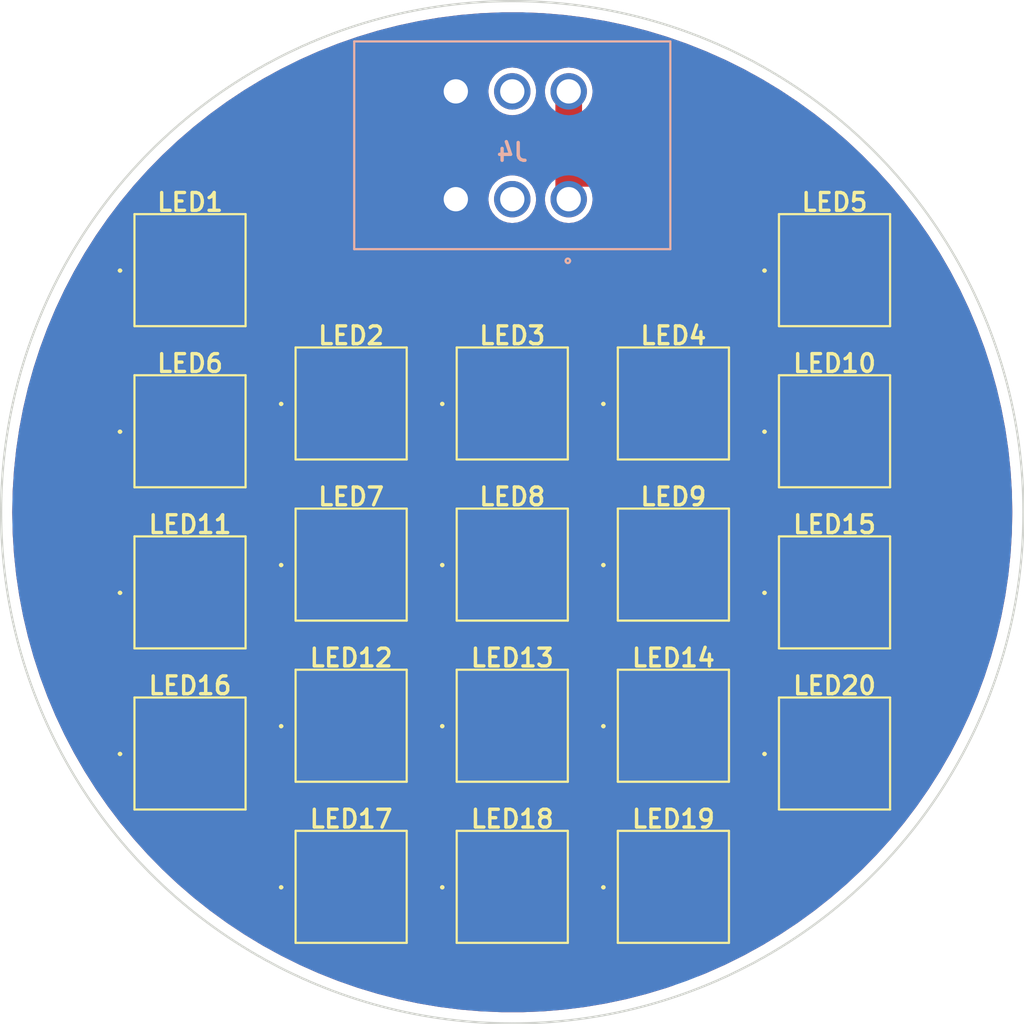
<source format=kicad_pcb>
(kicad_pcb (version 20221018) (generator pcbnew)
  (layers (0 "F.Cu" signal) (31 "B.Cu" signal) (34 "B.Paste" user) (35 "F.Paste" user) (36 "B.SilkS" user "B.Silkscreen") (37 "F.SilkS" user "F.Silkscreen") (38 "B.Mask" user) (39 "F.Mask" user) (44 "Edge.Cuts" user))
  (net 0 "")
  (net 2 "GND")
  (net 3 "VCC")
  (footprint "L150-5790500600000:L1505790500600000" (layer "F.Cu") (at 97.25 53.875)
    (fp_text reference "LED19" (at 0 -3.075) (layer "F.SilkS") (effects (font (size 0.8 0.8) (thickness 0.153))))
    (fp_text value "L1505790500600000" hide)
    (fp_line (start -3.2 0) (end -3.2 0) (stroke (width 0.1)) (layer "F.SilkS"))
    (fp_line (start -3.1 0) (end -3.1 0) (stroke (width 0.1)) (layer "F.SilkS"))
    (fp_line (start -2.5 -2.54) (end 2.5 -2.54) (stroke (width 0.1)) (layer "F.SilkS"))
    (fp_line (start -2.5 2.5) (end -2.5 -2.54) (stroke (width 0.1)) (layer "F.SilkS"))
    (fp_line (start 2.5 -2.54) (end 2.5 2.5) (stroke (width 0.1)) (layer "F.SilkS"))
    (fp_line (start 2.5 2.5) (end -2.5 2.5) (stroke (width 0.1)) (layer "F.SilkS"))
    (fp_arc (start -3.2 0) (mid -3.15 -0.05) (end -3.1 0) (stroke (width 0.1)) (layer "F.SilkS"))
    (fp_arc (start -3.1 0) (mid -3.15 0.05) (end -3.2 0) (stroke (width 0.1)) (layer "F.SilkS"))
    (pad "1" smd rect (at -0.91 0) (size 1.22 4.54) (layers "F.Cu" "F.Paste" "F.Mask") (net 2 "GND"))
    (pad "2" smd rect (at 0.91 0) (size 1.22 4.54) (layers "F.Cu" "F.Paste" "F.Mask") (net 3 "VCC"))
    (pad "3" smd rect (at -1.81 0) (size 0.58 3.22) (layers "F.Cu" "F.Paste" "F.Mask") (net 2 "GND"))
    (pad "4" smd rect (at 1.81 0) (size 0.58 3.22) (layers "F.Cu" "F.Paste" "F.Mask") (net 3 "VCC"))
  )
  (footprint "L150-5790500600000:L1505790500600000" (layer "F.Cu") (at 90 39.375)
    (fp_text reference "LED8" (at 0 -3.075) (layer "F.SilkS") (effects (font (size 0.8 0.8) (thickness 0.153))))
    (fp_text value "L1505790500600000" hide)
    (fp_line (start -3.2 0) (end -3.2 0) (stroke (width 0.1)) (layer "F.SilkS"))
    (fp_line (start -3.1 0) (end -3.1 0) (stroke (width 0.1)) (layer "F.SilkS"))
    (fp_line (start -2.5 -2.54) (end 2.5 -2.54) (stroke (width 0.1)) (layer "F.SilkS"))
    (fp_line (start -2.5 2.5) (end -2.5 -2.54) (stroke (width 0.1)) (layer "F.SilkS"))
    (fp_line (start 2.5 -2.54) (end 2.5 2.5) (stroke (width 0.1)) (layer "F.SilkS"))
    (fp_line (start 2.5 2.5) (end -2.5 2.5) (stroke (width 0.1)) (layer "F.SilkS"))
    (fp_arc (start -3.2 0) (mid -3.15 -0.05) (end -3.1 0) (stroke (width 0.1)) (layer "F.SilkS"))
    (fp_arc (start -3.1 0) (mid -3.15 0.05) (end -3.2 0) (stroke (width 0.1)) (layer "F.SilkS"))
    (pad "1" smd rect (at -0.91 0) (size 1.22 4.54) (layers "F.Cu" "F.Paste" "F.Mask") (net 2 "GND"))
    (pad "2" smd rect (at 0.91 0) (size 1.22 4.54) (layers "F.Cu" "F.Paste" "F.Mask") (net 3 "VCC"))
    (pad "3" smd rect (at -1.81 0) (size 0.58 3.22) (layers "F.Cu" "F.Paste" "F.Mask") (net 2 "GND"))
    (pad "4" smd rect (at 1.81 0) (size 0.58 3.22) (layers "F.Cu" "F.Paste" "F.Mask") (net 3 "VCC"))
  )
  (footprint "L150-5790500600000:L1505790500600000" (layer "F.Cu") (at 75.5 26.125)
    (fp_text reference "LED1" (at 0 -3.075) (layer "F.SilkS") (effects (font (size 0.8 0.8) (thickness 0.153))))
    (fp_text value "L1505790500600000" hide)
    (fp_line (start -3.2 0) (end -3.2 0) (stroke (width 0.1)) (layer "F.SilkS"))
    (fp_line (start -3.1 0) (end -3.1 0) (stroke (width 0.1)) (layer "F.SilkS"))
    (fp_line (start -2.5 -2.54) (end 2.5 -2.54) (stroke (width 0.1)) (layer "F.SilkS"))
    (fp_line (start -2.5 2.5) (end -2.5 -2.54) (stroke (width 0.1)) (layer "F.SilkS"))
    (fp_line (start 2.5 -2.54) (end 2.5 2.5) (stroke (width 0.1)) (layer "F.SilkS"))
    (fp_line (start 2.5 2.5) (end -2.5 2.5) (stroke (width 0.1)) (layer "F.SilkS"))
    (fp_arc (start -3.2 0) (mid -3.15 -0.05) (end -3.1 0) (stroke (width 0.1)) (layer "F.SilkS"))
    (fp_arc (start -3.1 0) (mid -3.15 0.05) (end -3.2 0) (stroke (width 0.1)) (layer "F.SilkS"))
    (pad "1" smd rect (at -0.91 0) (size 1.22 4.54) (layers "F.Cu" "F.Paste" "F.Mask") (net 2 "GND"))
    (pad "2" smd rect (at 0.91 0) (size 1.22 4.54) (layers "F.Cu" "F.Paste" "F.Mask") (net 3 "VCC"))
    (pad "3" smd rect (at -1.81 0) (size 0.58 3.22) (layers "F.Cu" "F.Paste" "F.Mask") (net 2 "GND"))
    (pad "4" smd rect (at 1.81 0) (size 0.58 3.22) (layers "F.Cu" "F.Paste" "F.Mask") (net 3 "VCC"))
  )
  (footprint "L150-5790500600000:L1505790500600000" (layer "F.Cu") (at 90 32.125)
    (fp_text reference "LED3" (at 0 -3.075) (layer "F.SilkS") (effects (font (size 0.8 0.8) (thickness 0.153))))
    (fp_text value "L1505790500600000" hide)
    (fp_line (start -3.2 0) (end -3.2 0) (stroke (width 0.1)) (layer "F.SilkS"))
    (fp_line (start -3.1 0) (end -3.1 0) (stroke (width 0.1)) (layer "F.SilkS"))
    (fp_line (start -2.5 -2.54) (end 2.5 -2.54) (stroke (width 0.1)) (layer "F.SilkS"))
    (fp_line (start -2.5 2.5) (end -2.5 -2.54) (stroke (width 0.1)) (layer "F.SilkS"))
    (fp_line (start 2.5 -2.54) (end 2.5 2.5) (stroke (width 0.1)) (layer "F.SilkS"))
    (fp_line (start 2.5 2.5) (end -2.5 2.5) (stroke (width 0.1)) (layer "F.SilkS"))
    (fp_arc (start -3.2 0) (mid -3.15 -0.05) (end -3.1 0) (stroke (width 0.1)) (layer "F.SilkS"))
    (fp_arc (start -3.1 0) (mid -3.15 0.05) (end -3.2 0) (stroke (width 0.1)) (layer "F.SilkS"))
    (pad "1" smd rect (at -0.91 0) (size 1.22 4.54) (layers "F.Cu" "F.Paste" "F.Mask") (net 2 "GND"))
    (pad "2" smd rect (at 0.91 0) (size 1.22 4.54) (layers "F.Cu" "F.Paste" "F.Mask") (net 3 "VCC"))
    (pad "3" smd rect (at -1.81 0) (size 0.58 3.22) (layers "F.Cu" "F.Paste" "F.Mask") (net 2 "GND"))
    (pad "4" smd rect (at 1.81 0) (size 0.58 3.22) (layers "F.Cu" "F.Paste" "F.Mask") (net 3 "VCC"))
  )
  (footprint "L150-5790500600000:L1505790500600000" (layer "F.Cu") (at 97.25 39.375)
    (fp_text reference "LED9" (at 0 -3.075) (layer "F.SilkS") (effects (font (size 0.8 0.8) (thickness 0.153))))
    (fp_text value "L1505790500600000" hide)
    (fp_line (start -3.2 0) (end -3.2 0) (stroke (width 0.1)) (layer "F.SilkS"))
    (fp_line (start -3.1 0) (end -3.1 0) (stroke (width 0.1)) (layer "F.SilkS"))
    (fp_line (start -2.5 -2.54) (end 2.5 -2.54) (stroke (width 0.1)) (layer "F.SilkS"))
    (fp_line (start -2.5 2.5) (end -2.5 -2.54) (stroke (width 0.1)) (layer "F.SilkS"))
    (fp_line (start 2.5 -2.54) (end 2.5 2.5) (stroke (width 0.1)) (layer "F.SilkS"))
    (fp_line (start 2.5 2.5) (end -2.5 2.5) (stroke (width 0.1)) (layer "F.SilkS"))
    (fp_arc (start -3.2 0) (mid -3.15 -0.05) (end -3.1 0) (stroke (width 0.1)) (layer "F.SilkS"))
    (fp_arc (start -3.1 0) (mid -3.15 0.05) (end -3.2 0) (stroke (width 0.1)) (layer "F.SilkS"))
    (pad "1" smd rect (at -0.91 0) (size 1.22 4.54) (layers "F.Cu" "F.Paste" "F.Mask") (net 2 "GND"))
    (pad "2" smd rect (at 0.91 0) (size 1.22 4.54) (layers "F.Cu" "F.Paste" "F.Mask") (net 3 "VCC"))
    (pad "3" smd rect (at -1.81 0) (size 0.58 3.22) (layers "F.Cu" "F.Paste" "F.Mask") (net 2 "GND"))
    (pad "4" smd rect (at 1.81 0) (size 0.58 3.22) (layers "F.Cu" "F.Paste" "F.Mask") (net 3 "VCC"))
  )
  (footprint "L150-5790500600000:L1505790500600000" (layer "F.Cu") (at 97.25 32.125)
    (fp_text reference "LED4" (at 0 -3.075) (layer "F.SilkS") (effects (font (size 0.8 0.8) (thickness 0.153))))
    (fp_text value "L1505790500600000" hide)
    (fp_line (start -3.2 0) (end -3.2 0) (stroke (width 0.1)) (layer "F.SilkS"))
    (fp_line (start -3.1 0) (end -3.1 0) (stroke (width 0.1)) (layer "F.SilkS"))
    (fp_line (start -2.5 -2.54) (end 2.5 -2.54) (stroke (width 0.1)) (layer "F.SilkS"))
    (fp_line (start -2.5 2.5) (end -2.5 -2.54) (stroke (width 0.1)) (layer "F.SilkS"))
    (fp_line (start 2.5 -2.54) (end 2.5 2.5) (stroke (width 0.1)) (layer "F.SilkS"))
    (fp_line (start 2.5 2.5) (end -2.5 2.5) (stroke (width 0.1)) (layer "F.SilkS"))
    (fp_arc (start -3.2 0) (mid -3.15 -0.05) (end -3.1 0) (stroke (width 0.1)) (layer "F.SilkS"))
    (fp_arc (start -3.1 0) (mid -3.15 0.05) (end -3.2 0) (stroke (width 0.1)) (layer "F.SilkS"))
    (pad "1" smd rect (at -0.91 0) (size 1.22 4.54) (layers "F.Cu" "F.Paste" "F.Mask") (net 2 "GND"))
    (pad "2" smd rect (at 0.91 0) (size 1.22 4.54) (layers "F.Cu" "F.Paste" "F.Mask") (net 3 "VCC"))
    (pad "3" smd rect (at -1.81 0) (size 0.58 3.22) (layers "F.Cu" "F.Paste" "F.Mask") (net 2 "GND"))
    (pad "4" smd rect (at 1.81 0) (size 0.58 3.22) (layers "F.Cu" "F.Paste" "F.Mask") (net 3 "VCC"))
  )
  (footprint "L150-5790500600000:L1505790500600000" (layer "F.Cu") (at 97.25 46.625)
    (fp_text reference "LED14" (at 0 -3.075) (layer "F.SilkS") (effects (font (size 0.8 0.8) (thickness 0.153))))
    (fp_text value "L1505790500600000" hide)
    (fp_line (start -3.2 0) (end -3.2 0) (stroke (width 0.1)) (layer "F.SilkS"))
    (fp_line (start -3.1 0) (end -3.1 0) (stroke (width 0.1)) (layer "F.SilkS"))
    (fp_line (start -2.5 -2.54) (end 2.5 -2.54) (stroke (width 0.1)) (layer "F.SilkS"))
    (fp_line (start -2.5 2.5) (end -2.5 -2.54) (stroke (width 0.1)) (layer "F.SilkS"))
    (fp_line (start 2.5 -2.54) (end 2.5 2.5) (stroke (width 0.1)) (layer "F.SilkS"))
    (fp_line (start 2.5 2.5) (end -2.5 2.5) (stroke (width 0.1)) (layer "F.SilkS"))
    (fp_arc (start -3.2 0) (mid -3.15 -0.05) (end -3.1 0) (stroke (width 0.1)) (layer "F.SilkS"))
    (fp_arc (start -3.1 0) (mid -3.15 0.05) (end -3.2 0) (stroke (width 0.1)) (layer "F.SilkS"))
    (pad "1" smd rect (at -0.91 0) (size 1.22 4.54) (layers "F.Cu" "F.Paste" "F.Mask") (net 2 "GND"))
    (pad "2" smd rect (at 0.91 0) (size 1.22 4.54) (layers "F.Cu" "F.Paste" "F.Mask") (net 3 "VCC"))
    (pad "3" smd rect (at -1.81 0) (size 0.58 3.22) (layers "F.Cu" "F.Paste" "F.Mask") (net 2 "GND"))
    (pad "4" smd rect (at 1.81 0) (size 0.58 3.22) (layers "F.Cu" "F.Paste" "F.Mask") (net 3 "VCC"))
  )
  (footprint "L150-5790500600000:L1505790500600000" (layer "F.Cu") (at 104.5 40.625)
    (fp_text reference "LED15" (at 0 -3.075) (layer "F.SilkS") (effects (font (size 0.8 0.8) (thickness 0.153))))
    (fp_text value "L1505790500600000" hide)
    (fp_line (start -3.2 0) (end -3.2 0) (stroke (width 0.1)) (layer "F.SilkS"))
    (fp_line (start -3.1 0) (end -3.1 0) (stroke (width 0.1)) (layer "F.SilkS"))
    (fp_line (start -2.5 -2.54) (end 2.5 -2.54) (stroke (width 0.1)) (layer "F.SilkS"))
    (fp_line (start -2.5 2.5) (end -2.5 -2.54) (stroke (width 0.1)) (layer "F.SilkS"))
    (fp_line (start 2.5 -2.54) (end 2.5 2.5) (stroke (width 0.1)) (layer "F.SilkS"))
    (fp_line (start 2.5 2.5) (end -2.5 2.5) (stroke (width 0.1)) (layer "F.SilkS"))
    (fp_arc (start -3.2 0) (mid -3.15 -0.05) (end -3.1 0) (stroke (width 0.1)) (layer "F.SilkS"))
    (fp_arc (start -3.1 0) (mid -3.15 0.05) (end -3.2 0) (stroke (width 0.1)) (layer "F.SilkS"))
    (pad "1" smd rect (at -0.91 0) (size 1.22 4.54) (layers "F.Cu" "F.Paste" "F.Mask") (net 2 "GND"))
    (pad "2" smd rect (at 0.91 0) (size 1.22 4.54) (layers "F.Cu" "F.Paste" "F.Mask") (net 3 "VCC"))
    (pad "3" smd rect (at -1.81 0) (size 0.58 3.22) (layers "F.Cu" "F.Paste" "F.Mask") (net 2 "GND"))
    (pad "4" smd rect (at 1.81 0) (size 0.58 3.22) (layers "F.Cu" "F.Paste" "F.Mask") (net 3 "VCC"))
  )
  (footprint "L150-5790500600000:L1505790500600000" (layer "F.Cu") (at 75.5 40.625)
    (fp_text reference "LED11" (at 0 -3.075) (layer "F.SilkS") (effects (font (size 0.8 0.8) (thickness 0.153))))
    (fp_text value "L1505790500600000" hide)
    (fp_line (start -3.2 0) (end -3.2 0) (stroke (width 0.1)) (layer "F.SilkS"))
    (fp_line (start -3.1 0) (end -3.1 0) (stroke (width 0.1)) (layer "F.SilkS"))
    (fp_line (start -2.5 -2.54) (end 2.5 -2.54) (stroke (width 0.1)) (layer "F.SilkS"))
    (fp_line (start -2.5 2.5) (end -2.5 -2.54) (stroke (width 0.1)) (layer "F.SilkS"))
    (fp_line (start 2.5 -2.54) (end 2.5 2.5) (stroke (width 0.1)) (layer "F.SilkS"))
    (fp_line (start 2.5 2.5) (end -2.5 2.5) (stroke (width 0.1)) (layer "F.SilkS"))
    (fp_arc (start -3.2 0) (mid -3.15 -0.05) (end -3.1 0) (stroke (width 0.1)) (layer "F.SilkS"))
    (fp_arc (start -3.1 0) (mid -3.15 0.05) (end -3.2 0) (stroke (width 0.1)) (layer "F.SilkS"))
    (pad "1" smd rect (at -0.91 0) (size 1.22 4.54) (layers "F.Cu" "F.Paste" "F.Mask") (net 2 "GND"))
    (pad "2" smd rect (at 0.91 0) (size 1.22 4.54) (layers "F.Cu" "F.Paste" "F.Mask") (net 3 "VCC"))
    (pad "3" smd rect (at -1.81 0) (size 0.58 3.22) (layers "F.Cu" "F.Paste" "F.Mask") (net 2 "GND"))
    (pad "4" smd rect (at 1.81 0) (size 0.58 3.22) (layers "F.Cu" "F.Paste" "F.Mask") (net 3 "VCC"))
  )
  (footprint "L150-5790500600000:L1505790500600000" (layer "F.Cu") (at 82.75 32.125)
    (fp_text reference "LED2" (at 0 -3.075) (layer "F.SilkS") (effects (font (size 0.8 0.8) (thickness 0.153))))
    (fp_text value "L1505790500600000" hide)
    (fp_line (start -3.2 0) (end -3.2 0) (stroke (width 0.1)) (layer "F.SilkS"))
    (fp_line (start -3.1 0) (end -3.1 0) (stroke (width 0.1)) (layer "F.SilkS"))
    (fp_line (start -2.5 -2.54) (end 2.5 -2.54) (stroke (width 0.1)) (layer "F.SilkS"))
    (fp_line (start -2.5 2.5) (end -2.5 -2.54) (stroke (width 0.1)) (layer "F.SilkS"))
    (fp_line (start 2.5 -2.54) (end 2.5 2.5) (stroke (width 0.1)) (layer "F.SilkS"))
    (fp_line (start 2.5 2.5) (end -2.5 2.5) (stroke (width 0.1)) (layer "F.SilkS"))
    (fp_arc (start -3.2 0) (mid -3.15 -0.05) (end -3.1 0) (stroke (width 0.1)) (layer "F.SilkS"))
    (fp_arc (start -3.1 0) (mid -3.15 0.05) (end -3.2 0) (stroke (width 0.1)) (layer "F.SilkS"))
    (pad "1" smd rect (at -0.91 0) (size 1.22 4.54) (layers "F.Cu" "F.Paste" "F.Mask") (net 2 "GND"))
    (pad "2" smd rect (at 0.91 0) (size 1.22 4.54) (layers "F.Cu" "F.Paste" "F.Mask") (net 3 "VCC"))
    (pad "3" smd rect (at -1.81 0) (size 0.58 3.22) (layers "F.Cu" "F.Paste" "F.Mask") (net 2 "GND"))
    (pad "4" smd rect (at 1.81 0) (size 0.58 3.22) (layers "F.Cu" "F.Paste" "F.Mask") (net 3 "VCC"))
  )
  (footprint "L150-5790500600000:L1505790500600000" (layer "F.Cu") (at 82.75 46.625)
    (fp_text reference "LED12" (at 0 -3.075) (layer "F.SilkS") (effects (font (size 0.8 0.8) (thickness 0.153))))
    (fp_text value "L1505790500600000" hide)
    (fp_line (start -3.2 0) (end -3.2 0) (stroke (width 0.1)) (layer "F.SilkS"))
    (fp_line (start -3.1 0) (end -3.1 0) (stroke (width 0.1)) (layer "F.SilkS"))
    (fp_line (start -2.5 -2.54) (end 2.5 -2.54) (stroke (width 0.1)) (layer "F.SilkS"))
    (fp_line (start -2.5 2.5) (end -2.5 -2.54) (stroke (width 0.1)) (layer "F.SilkS"))
    (fp_line (start 2.5 -2.54) (end 2.5 2.5) (stroke (width 0.1)) (layer "F.SilkS"))
    (fp_line (start 2.5 2.5) (end -2.5 2.5) (stroke (width 0.1)) (layer "F.SilkS"))
    (fp_arc (start -3.2 0) (mid -3.15 -0.05) (end -3.1 0) (stroke (width 0.1)) (layer "F.SilkS"))
    (fp_arc (start -3.1 0) (mid -3.15 0.05) (end -3.2 0) (stroke (width 0.1)) (layer "F.SilkS"))
    (pad "1" smd rect (at -0.91 0) (size 1.22 4.54) (layers "F.Cu" "F.Paste" "F.Mask") (net 2 "GND"))
    (pad "2" smd rect (at 0.91 0) (size 1.22 4.54) (layers "F.Cu" "F.Paste" "F.Mask") (net 3 "VCC"))
    (pad "3" smd rect (at -1.81 0) (size 0.58 3.22) (layers "F.Cu" "F.Paste" "F.Mask") (net 2 "GND"))
    (pad "4" smd rect (at 1.81 0) (size 0.58 3.22) (layers "F.Cu" "F.Paste" "F.Mask") (net 3 "VCC"))
  )
  (footprint "L150-5790500600000:L1505790500600000" (layer "F.Cu") (at 104.5 47.875)
    (fp_text reference "LED20" (at 0 -3.075) (layer "F.SilkS") (effects (font (size 0.8 0.8) (thickness 0.153))))
    (fp_text value "L1505790500600000" hide)
    (fp_line (start -3.2 0) (end -3.2 0) (stroke (width 0.1)) (layer "F.SilkS"))
    (fp_line (start -3.1 0) (end -3.1 0) (stroke (width 0.1)) (layer "F.SilkS"))
    (fp_line (start -2.5 -2.54) (end 2.5 -2.54) (stroke (width 0.1)) (layer "F.SilkS"))
    (fp_line (start -2.5 2.5) (end -2.5 -2.54) (stroke (width 0.1)) (layer "F.SilkS"))
    (fp_line (start 2.5 -2.54) (end 2.5 2.5) (stroke (width 0.1)) (layer "F.SilkS"))
    (fp_line (start 2.5 2.5) (end -2.5 2.5) (stroke (width 0.1)) (layer "F.SilkS"))
    (fp_arc (start -3.2 0) (mid -3.15 -0.05) (end -3.1 0) (stroke (width 0.1)) (layer "F.SilkS"))
    (fp_arc (start -3.1 0) (mid -3.15 0.05) (end -3.2 0) (stroke (width 0.1)) (layer "F.SilkS"))
    (pad "1" smd rect (at -0.91 0) (size 1.22 4.54) (layers "F.Cu" "F.Paste" "F.Mask") (net 2 "GND"))
    (pad "2" smd rect (at 0.91 0) (size 1.22 4.54) (layers "F.Cu" "F.Paste" "F.Mask") (net 3 "VCC"))
    (pad "3" smd rect (at -1.81 0) (size 0.58 3.22) (layers "F.Cu" "F.Paste" "F.Mask") (net 2 "GND"))
    (pad "4" smd rect (at 1.81 0) (size 0.58 3.22) (layers "F.Cu" "F.Paste" "F.Mask") (net 3 "VCC"))
  )
  (footprint "L150-5790500600000:L1505790500600000" (layer "F.Cu") (at 82.75 53.875)
    (fp_text reference "LED17" (at 0 -3.075) (layer "F.SilkS") (effects (font (size 0.8 0.8) (thickness 0.153))))
    (fp_text value "L1505790500600000" hide)
    (fp_line (start -3.2 0) (end -3.2 0) (stroke (width 0.1)) (layer "F.SilkS"))
    (fp_line (start -3.1 0) (end -3.1 0) (stroke (width 0.1)) (layer "F.SilkS"))
    (fp_line (start -2.5 -2.54) (end 2.5 -2.54) (stroke (width 0.1)) (layer "F.SilkS"))
    (fp_line (start -2.5 2.5) (end -2.5 -2.54) (stroke (width 0.1)) (layer "F.SilkS"))
    (fp_line (start 2.5 -2.54) (end 2.5 2.5) (stroke (width 0.1)) (layer "F.SilkS"))
    (fp_line (start 2.5 2.5) (end -2.5 2.5) (stroke (width 0.1)) (layer "F.SilkS"))
    (fp_arc (start -3.2 0) (mid -3.15 -0.05) (end -3.1 0) (stroke (width 0.1)) (layer "F.SilkS"))
    (fp_arc (start -3.1 0) (mid -3.15 0.05) (end -3.2 0) (stroke (width 0.1)) (layer "F.SilkS"))
    (pad "1" smd rect (at -0.91 0) (size 1.22 4.54) (layers "F.Cu" "F.Paste" "F.Mask") (net 2 "GND"))
    (pad "2" smd rect (at 0.91 0) (size 1.22 4.54) (layers "F.Cu" "F.Paste" "F.Mask") (net 3 "VCC"))
    (pad "3" smd rect (at -1.81 0) (size 0.58 3.22) (layers "F.Cu" "F.Paste" "F.Mask") (net 2 "GND"))
    (pad "4" smd rect (at 1.81 0) (size 0.58 3.22) (layers "F.Cu" "F.Paste" "F.Mask") (net 3 "VCC"))
  )
  (footprint "L150-5790500600000:L1505790500600000" (layer "F.Cu") (at 82.75 39.375)
    (fp_text reference "LED7" (at 0 -3.075) (layer "F.SilkS") (effects (font (size 0.8 0.8) (thickness 0.153))))
    (fp_text value "L1505790500600000" hide)
    (fp_line (start -3.2 0) (end -3.2 0) (stroke (width 0.1)) (layer "F.SilkS"))
    (fp_line (start -3.1 0) (end -3.1 0) (stroke (width 0.1)) (layer "F.SilkS"))
    (fp_line (start -2.5 -2.54) (end 2.5 -2.54) (stroke (width 0.1)) (layer "F.SilkS"))
    (fp_line (start -2.5 2.5) (end -2.5 -2.54) (stroke (width 0.1)) (layer "F.SilkS"))
    (fp_line (start 2.5 -2.54) (end 2.5 2.5) (stroke (width 0.1)) (layer "F.SilkS"))
    (fp_line (start 2.5 2.5) (end -2.5 2.5) (stroke (width 0.1)) (layer "F.SilkS"))
    (fp_arc (start -3.2 0) (mid -3.15 -0.05) (end -3.1 0) (stroke (width 0.1)) (layer "F.SilkS"))
    (fp_arc (start -3.1 0) (mid -3.15 0.05) (end -3.2 0) (stroke (width 0.1)) (layer "F.SilkS"))
    (pad "1" smd rect (at -0.91 0) (size 1.22 4.54) (layers "F.Cu" "F.Paste" "F.Mask") (net 2 "GND"))
    (pad "2" smd rect (at 0.91 0) (size 1.22 4.54) (layers "F.Cu" "F.Paste" "F.Mask") (net 3 "VCC"))
    (pad "3" smd rect (at -1.81 0) (size 0.58 3.22) (layers "F.Cu" "F.Paste" "F.Mask") (net 2 "GND"))
    (pad "4" smd rect (at 1.81 0) (size 0.58 3.22) (layers "F.Cu" "F.Paste" "F.Mask") (net 3 "VCC"))
  )
  (footprint "L150-5790500600000:L1505790500600000" (layer "F.Cu") (at 104.5 33.375)
    (fp_text reference "LED10" (at 0 -3.075) (layer "F.SilkS") (effects (font (size 0.8 0.8) (thickness 0.153))))
    (fp_text value "L1505790500600000" hide)
    (fp_line (start -3.2 0) (end -3.2 0) (stroke (width 0.1)) (layer "F.SilkS"))
    (fp_line (start -3.1 0) (end -3.1 0) (stroke (width 0.1)) (layer "F.SilkS"))
    (fp_line (start -2.5 -2.54) (end 2.5 -2.54) (stroke (width 0.1)) (layer "F.SilkS"))
    (fp_line (start -2.5 2.5) (end -2.5 -2.54) (stroke (width 0.1)) (layer "F.SilkS"))
    (fp_line (start 2.5 -2.54) (end 2.5 2.5) (stroke (width 0.1)) (layer "F.SilkS"))
    (fp_line (start 2.5 2.5) (end -2.5 2.5) (stroke (width 0.1)) (layer "F.SilkS"))
    (fp_arc (start -3.2 0) (mid -3.15 -0.05) (end -3.1 0) (stroke (width 0.1)) (layer "F.SilkS"))
    (fp_arc (start -3.1 0) (mid -3.15 0.05) (end -3.2 0) (stroke (width 0.1)) (layer "F.SilkS"))
    (pad "1" smd rect (at -0.91 0) (size 1.22 4.54) (layers "F.Cu" "F.Paste" "F.Mask") (net 2 "GND"))
    (pad "2" smd rect (at 0.91 0) (size 1.22 4.54) (layers "F.Cu" "F.Paste" "F.Mask") (net 3 "VCC"))
    (pad "3" smd rect (at -1.81 0) (size 0.58 3.22) (layers "F.Cu" "F.Paste" "F.Mask") (net 2 "GND"))
    (pad "4" smd rect (at 1.81 0) (size 0.58 3.22) (layers "F.Cu" "F.Paste" "F.Mask") (net 3 "VCC"))
  )
  (footprint "L150-5790500600000:L1505790500600000" (layer "F.Cu") (at 75.5 47.875)
    (fp_text reference "LED16" (at 0 -3.075) (layer "F.SilkS") (effects (font (size 0.8 0.8) (thickness 0.153))))
    (fp_text value "L1505790500600000" hide)
    (fp_line (start -3.2 0) (end -3.2 0) (stroke (width 0.1)) (layer "F.SilkS"))
    (fp_line (start -3.1 0) (end -3.1 0) (stroke (width 0.1)) (layer "F.SilkS"))
    (fp_line (start -2.5 -2.54) (end 2.5 -2.54) (stroke (width 0.1)) (layer "F.SilkS"))
    (fp_line (start -2.5 2.5) (end -2.5 -2.54) (stroke (width 0.1)) (layer "F.SilkS"))
    (fp_line (start 2.5 -2.54) (end 2.5 2.5) (stroke (width 0.1)) (layer "F.SilkS"))
    (fp_line (start 2.5 2.5) (end -2.5 2.5) (stroke (width 0.1)) (layer "F.SilkS"))
    (fp_arc (start -3.2 0) (mid -3.15 -0.05) (end -3.1 0) (stroke (width 0.1)) (layer "F.SilkS"))
    (fp_arc (start -3.1 0) (mid -3.15 0.05) (end -3.2 0) (stroke (width 0.1)) (layer "F.SilkS"))
    (pad "1" smd rect (at -0.91 0) (size 1.22 4.54) (layers "F.Cu" "F.Paste" "F.Mask") (net 2 "GND"))
    (pad "2" smd rect (at 0.91 0) (size 1.22 4.54) (layers "F.Cu" "F.Paste" "F.Mask") (net 3 "VCC"))
    (pad "3" smd rect (at -1.81 0) (size 0.58 3.22) (layers "F.Cu" "F.Paste" "F.Mask") (net 2 "GND"))
    (pad "4" smd rect (at 1.81 0) (size 0.58 3.22) (layers "F.Cu" "F.Paste" "F.Mask") (net 3 "VCC"))
  )
  (footprint "L150-5790500600000:L1505790500600000" (layer "F.Cu") (at 75.5 33.375)
    (fp_text reference "LED6" (at 0 -3.075) (layer "F.SilkS") (effects (font (size 0.8 0.8) (thickness 0.153))))
    (fp_text value "L1505790500600000" hide)
    (fp_line (start -3.2 0) (end -3.2 0) (stroke (width 0.1)) (layer "F.SilkS"))
    (fp_line (start -3.1 0) (end -3.1 0) (stroke (width 0.1)) (layer "F.SilkS"))
    (fp_line (start -2.5 -2.54) (end 2.5 -2.54) (stroke (width 0.1)) (layer "F.SilkS"))
    (fp_line (start -2.5 2.5) (end -2.5 -2.54) (stroke (width 0.1)) (layer "F.SilkS"))
    (fp_line (start 2.5 -2.54) (end 2.5 2.5) (stroke (width 0.1)) (layer "F.SilkS"))
    (fp_line (start 2.5 2.5) (end -2.5 2.5) (stroke (width 0.1)) (layer "F.SilkS"))
    (fp_arc (start -3.2 0) (mid -3.15 -0.05) (end -3.1 0) (stroke (width 0.1)) (layer "F.SilkS"))
    (fp_arc (start -3.1 0) (mid -3.15 0.05) (end -3.2 0) (stroke (width 0.1)) (layer "F.SilkS"))
    (pad "1" smd rect (at -0.91 0) (size 1.22 4.54) (layers "F.Cu" "F.Paste" "F.Mask") (net 2 "GND"))
    (pad "2" smd rect (at 0.91 0) (size 1.22 4.54) (layers "F.Cu" "F.Paste" "F.Mask") (net 3 "VCC"))
    (pad "3" smd rect (at -1.81 0) (size 0.58 3.22) (layers "F.Cu" "F.Paste" "F.Mask") (net 2 "GND"))
    (pad "4" smd rect (at 1.81 0) (size 0.58 3.22) (layers "F.Cu" "F.Paste" "F.Mask") (net 3 "VCC"))
  )
  (footprint "L150-5790500600000:L1505790500600000" (layer "F.Cu") (at 104.5 26.125)
    (fp_text reference "LED5" (at 0 -3.075) (layer "F.SilkS") (effects (font (size 0.8 0.8) (thickness 0.153))))
    (fp_text value "L1505790500600000" hide)
    (fp_line (start -3.2 0) (end -3.2 0) (stroke (width 0.1)) (layer "F.SilkS"))
    (fp_line (start -3.1 0) (end -3.1 0) (stroke (width 0.1)) (layer "F.SilkS"))
    (fp_line (start -2.5 -2.54) (end 2.5 -2.54) (stroke (width 0.1)) (layer "F.SilkS"))
    (fp_line (start -2.5 2.5) (end -2.5 -2.54) (stroke (width 0.1)) (layer "F.SilkS"))
    (fp_line (start 2.5 -2.54) (end 2.5 2.5) (stroke (width 0.1)) (layer "F.SilkS"))
    (fp_line (start 2.5 2.5) (end -2.5 2.5) (stroke (width 0.1)) (layer "F.SilkS"))
    (fp_arc (start -3.2 0) (mid -3.15 -0.05) (end -3.1 0) (stroke (width 0.1)) (layer "F.SilkS"))
    (fp_arc (start -3.1 0) (mid -3.15 0.05) (end -3.2 0) (stroke (width 0.1)) (layer "F.SilkS"))
    (pad "1" smd rect (at -0.91 0) (size 1.22 4.54) (layers "F.Cu" "F.Paste" "F.Mask") (net 2 "GND"))
    (pad "2" smd rect (at 0.91 0) (size 1.22 4.54) (layers "F.Cu" "F.Paste" "F.Mask") (net 3 "VCC"))
    (pad "3" smd rect (at -1.81 0) (size 0.58 3.22) (layers "F.Cu" "F.Paste" "F.Mask") (net 2 "GND"))
    (pad "4" smd rect (at 1.81 0) (size 0.58 3.22) (layers "F.Cu" "F.Paste" "F.Mask") (net 3 "VCC"))
  )
  (footprint "L150-5790500600000:L1505790500600000" (layer "F.Cu") (at 90 53.875)
    (fp_text reference "LED18" (at 0 -3.075) (layer "F.SilkS") (effects (font (size 0.8 0.8) (thickness 0.153))))
    (fp_text value "L1505790500600000" hide)
    (fp_line (start -3.2 0) (end -3.2 0) (stroke (width 0.1)) (layer "F.SilkS"))
    (fp_line (start -3.1 0) (end -3.1 0) (stroke (width 0.1)) (layer "F.SilkS"))
    (fp_line (start -2.5 -2.54) (end 2.5 -2.54) (stroke (width 0.1)) (layer "F.SilkS"))
    (fp_line (start -2.5 2.5) (end -2.5 -2.54) (stroke (width 0.1)) (layer "F.SilkS"))
    (fp_line (start 2.5 -2.54) (end 2.5 2.5) (stroke (width 0.1)) (layer "F.SilkS"))
    (fp_line (start 2.5 2.5) (end -2.5 2.5) (stroke (width 0.1)) (layer "F.SilkS"))
    (fp_arc (start -3.2 0) (mid -3.15 -0.05) (end -3.1 0) (stroke (width 0.1)) (layer "F.SilkS"))
    (fp_arc (start -3.1 0) (mid -3.15 0.05) (end -3.2 0) (stroke (width 0.1)) (layer "F.SilkS"))
    (pad "1" smd rect (at -0.91 0) (size 1.22 4.54) (layers "F.Cu" "F.Paste" "F.Mask") (net 2 "GND"))
    (pad "2" smd rect (at 0.91 0) (size 1.22 4.54) (layers "F.Cu" "F.Paste" "F.Mask") (net 3 "VCC"))
    (pad "3" smd rect (at -1.81 0) (size 0.58 3.22) (layers "F.Cu" "F.Paste" "F.Mask") (net 2 "GND"))
    (pad "4" smd rect (at 1.81 0) (size 0.58 3.22) (layers "F.Cu" "F.Paste" "F.Mask") (net 3 "VCC"))
  )
  (footprint "L150-5790500600000:L1505790500600000" (layer "F.Cu") (at 90 46.625)
    (fp_text reference "LED13" (at 0 -3.075) (layer "F.SilkS") (effects (font (size 0.8 0.8) (thickness 0.153))))
    (fp_text value "L1505790500600000" hide)
    (fp_line (start -3.2 0) (end -3.2 0) (stroke (width 0.1)) (layer "F.SilkS"))
    (fp_line (start -3.1 0) (end -3.1 0) (stroke (width 0.1)) (layer "F.SilkS"))
    (fp_line (start -2.5 -2.54) (end 2.5 -2.54) (stroke (width 0.1)) (layer "F.SilkS"))
    (fp_line (start -2.5 2.5) (end -2.5 -2.54) (stroke (width 0.1)) (layer "F.SilkS"))
    (fp_line (start 2.5 -2.54) (end 2.5 2.5) (stroke (width 0.1)) (layer "F.SilkS"))
    (fp_line (start 2.5 2.5) (end -2.5 2.5) (stroke (width 0.1)) (layer "F.SilkS"))
    (fp_arc (start -3.2 0) (mid -3.15 -0.05) (end -3.1 0) (stroke (width 0.1)) (layer "F.SilkS"))
    (fp_arc (start -3.1 0) (mid -3.15 0.05) (end -3.2 0) (stroke (width 0.1)) (layer "F.SilkS"))
    (pad "1" smd rect (at -0.91 0) (size 1.22 4.54) (layers "F.Cu" "F.Paste" "F.Mask") (net 2 "GND"))
    (pad "2" smd rect (at 0.91 0) (size 1.22 4.54) (layers "F.Cu" "F.Paste" "F.Mask") (net 3 "VCC"))
    (pad "3" smd rect (at -1.81 0) (size 0.58 3.22) (layers "F.Cu" "F.Paste" "F.Mask") (net 2 "GND"))
    (pad "4" smd rect (at 1.81 0) (size 0.58 3.22) (layers "F.Cu" "F.Paste" "F.Mask") (net 3 "VCC"))
  )
  (footprint "7-5530843-7:755308437" (layer "B.Cu") (at 92.54 22.9125 180)
    (fp_text reference "J4" (at 2.54 2.113) (layer "B.SilkS") (effects (font (size 0.8 0.8) (thickness 0.153)) (justify mirror)))
    (fp_text value "7-5530843-7" hide)
    (fp_line (start -4.572 -2.248) (end -4.572 7.099) (stroke (width 0.1)) (layer "B.SilkS"))
    (fp_line (start -4.572 7.099) (end 9.652 7.099) (stroke (width 0.1)) (layer "B.SilkS"))
    (fp_line (start -0.06 -2.774) (end -0.06 -2.774) (stroke (width 0.1)) (layer "B.SilkS"))
    (fp_line (start 0.14 -2.774) (end 0.14 -2.774) (stroke (width 0.1)) (layer "B.SilkS"))
    (fp_line (start 9.652 -2.248) (end -4.572 -2.248) (stroke (width 0.1)) (layer "B.SilkS"))
    (fp_line (start 9.652 7.099) (end 9.652 -2.248) (stroke (width 0.1)) (layer "B.SilkS"))
    (fp_arc (start -0.06 -2.774) (mid 0.04 -2.874) (end 0.14 -2.774) (stroke (width 0.1)) (layer "B.SilkS"))
    (fp_arc (start 0.14 -2.774) (mid 0.04 -2.674) (end -0.06 -2.774) (stroke (width 0.1)) (layer "B.SilkS"))
    (pad "1" thru_hole circle (at 0 0 180) (size 1.638 1.638) (drill 1.0922) (layers "*.Cu" "*.Mask") (net 3 "VCC"))
    (pad "2" thru_hole circle (at 0 4.851 180) (size 1.638 1.638) (drill 1.0922) (layers "*.Cu" "*.Mask") (net 3 "VCC"))
    (pad "3" thru_hole circle (at 2.54 0 180) (size 1.638 1.638) (drill 1.0922) (layers "*.Cu" "*.Mask"))
    (pad "4" thru_hole circle (at 2.54 4.851 180) (size 1.638 1.638) (drill 1.0922) (layers "*.Cu" "*.Mask"))
    (pad "5" thru_hole circle (at 5.08 0 180) (size 1.638 1.638) (drill 1.0922) (layers "*.Cu" "*.Mask") (net 2 "GND"))
    (pad "6" thru_hole circle (at 5.08 4.851 180) (size 1.638 1.638) (drill 1.0922) (layers "*.Cu" "*.Mask") (net 2 "GND"))
  )
  (gr_circle (center 90 37) (end 113 37) (stroke (width 0.1)) (fill none) (layer "Edge.Cuts"))
  (segment (start 92.54 22.9125) (end 92.54 21.9) (width 0.9) (layer "F.Cu") (net 3))
  (segment (start 92.54 20.3) (end 79.380029 20.3) (width 0.9) (layer "F.Cu") (net 3))
  (segment (start 105.41 26.125) (end 105.41 47.875) (width 1.2) (layer "F.Cu") (net 3))
  (segment (start 90.91 32.125) (end 90.91 53.875) (width 1.2) (layer "F.Cu") (net 3))
  (segment (start 76.41 47.875) (end 76.41 50.3) (width 1.2) (layer "F.Cu") (net 3))
  (segment (start 105.41 47.875) (end 105.41 50.274401) (width 1.2) (layer "F.Cu") (net 3))
  (segment (start 92.54 20.3) (end 92.54 18.0615) (width 1.2) (layer "F.Cu") (net 3))
  (segment (start 92.54 22.9125) (end 92.54 20.3) (width 1.2) (layer "F.Cu") (net 3))
  (segment (start 105.41 22.9) (end 105.41 26.125) (width 0.9) (layer "F.Cu") (net 3))
  (segment (start 92.54 21.9) (end 104.41 21.9) (width 0.9) (layer "F.Cu") (net 3))
  (segment (start 76.41 26.125) (end 76.41 23.270029) (width 0.9) (layer "F.Cu") (net 3))
  (segment (start 88.4 57.2) (end 84.12 57.2) (width 1.2) (layer "F.Cu") (net 3))
  (segment (start 90.91 53.875) (end 90.91 56.135) (width 1.2) (layer "F.Cu") (net 3))
  (segment (start 88.4 57.2) (end 97.095 57.2) (width 1.2) (layer "F.Cu") (net 3))
  (segment (start 98.16 32.125) (end 98.16 53.875) (width 1.2) (layer "F.Cu") (net 3))
  (segment (start 98.16 56.135) (end 98.16 53.875) (width 1.2) (layer "F.Cu") (net 3))
  (segment (start 83.66 32.125) (end 83.66 50.3) (width 1.2) (layer "F.Cu") (net 3))
  (segment (start 83.66 50.3) (end 76.41 50.3) (width 1.2) (layer "F.Cu") (net 3))
  (segment (start 83.66 50.3) (end 83.66 53.875) (width 1.2) (layer "F.Cu") (net 3))
  (segment (start 89.845 57.2) (end 88.4 57.2) (width 1.2) (layer "F.Cu") (net 3))
  (segment (start 83.66 53.875) (end 83.66 56.74) (width 1.2) (layer "F.Cu") (net 3))
  (segment (start 98.16 53.875) (end 101.809401 53.875) (width 1.2) (layer "F.Cu") (net 3))
  (segment (start 76.41 47.875) (end 76.41 26.125) (width 1.2) (layer "F.Cu") (net 3))
  (arc (start 97.095 57.2) (mid 97.848069 56.888069) (end 98.16 56.135) (width 1.2) (layer "F.Cu") (net 3))
  (arc (start 90.91 56.135) (mid 90.598069 56.888069) (end 89.845 57.2) (width 1.2) (layer "F.Cu") (net 3))
  (arc (start 101.809401 53.875) (mid 104.355409 52.820409) (end 105.41 50.274401) (width 1.2) (layer "F.Cu") (net 3))
  (arc (start 84.12 57.2) (mid 83.794731 57.065269) (end 83.66 56.74) (width 1.2) (layer "F.Cu") (net 3))
  (arc (start 76.41 23.270029) (mid 77.279901 21.169901) (end 79.380029 20.3) (width 0.9) (layer "F.Cu") (net 3))
  (arc (start 105.41 22.9) (mid 105.117107 22.192893) (end 104.41 21.9) (width 0.9) (layer "F.Cu") (net 3))
  (zone (net 2) (net_name "GND") (layers "F&B.Cu") (connect_pads (clearance 0.25)) (min_thickness 0.25) (fill yes (thermal_gap 0.25) (thermal_bridge_width 5))
    (polygon (pts (xy 90.952541 13.96969) (xy 91.903454 14.028727) (xy 92.851115 14.127011) (xy 93.793905 14.264372) (xy 94.730214 14.440577) (xy 95.65844 14.655324) (xy 96.577 14.908247) (xy 97.484323 15.198913) (xy 98.378859 15.526825) (xy 99.25908 15.891425) (xy 100.123481 16.292088) (xy 100.970587 16.72813) (xy 101.79895 17.198806) (xy 102.607155 17.703313) (xy 103.393821 18.240787) (xy 104.157603 18.810311) (xy 104.897197 19.410912) (xy 105.61134 20.041564) (xy 106.298811 20.701189) (xy 106.958436 21.38866) (xy 107.589088 22.102803) (xy 108.189689 22.842397) (xy 108.759213 23.606179) (xy 109.296687 24.392845) (xy 109.801194 25.20105) (xy 110.27187 26.029413) (xy 110.707912 26.876519) (xy 111.108575 27.74092) (xy 111.473175 28.621141) (xy 111.801087 29.515677) (xy 112.091753 30.423) (xy 112.344676 31.34156) (xy 112.559423 32.269786) (xy 112.735628 33.206095) (xy 112.872989 34.148885) (xy 112.971273 35.096546) (xy 113.03031 36.047459) (xy 113.05 37) (xy 113.03031 37.952541) (xy 112.971273 38.903454) (xy 112.872989 39.851115) (xy 112.735628 40.793905) (xy 112.559423 41.730214) (xy 112.344676 42.65844) (xy 112.091753 43.577) (xy 111.801087 44.484323) (xy 111.473175 45.378859) (xy 111.108575 46.25908) (xy 110.707912 47.123481) (xy 110.27187 47.970587) (xy 109.801194 48.79895) (xy 109.296687 49.607155) (xy 108.759213 50.393821) (xy 108.189689 51.157603) (xy 107.589088 51.897197) (xy 106.958436 52.61134) (xy 106.298811 53.298811) (xy 105.61134 53.958436) (xy 104.897197 54.589088) (xy 104.157603 55.189689) (xy 103.393821 55.759213) (xy 102.607155 56.296687) (xy 101.79895 56.801194) (xy 100.970587 57.27187) (xy 100.123481 57.707912) (xy 99.25908 58.108575) (xy 98.378859 58.473175) (xy 97.484323 58.801087) (xy 96.577 59.091753) (xy 95.65844 59.344676) (xy 94.730214 59.559423) (xy 93.793905 59.735628) (xy 92.851115 59.872989) (xy 91.903454 59.971273) (xy 90.952541 60.03031) (xy 90 60.05) (xy 89.047459 60.03031) (xy 88.096546 59.971273) (xy 87.148885 59.872989) (xy 86.206095 59.735628) (xy 85.269786 59.559423) (xy 84.34156 59.344676) (xy 83.423 59.091753) (xy 82.515677 58.801087) (xy 81.621141 58.473175) (xy 80.74092 58.108575) (xy 79.876519 57.707912) (xy 79.029413 57.27187) (xy 78.20105 56.801194) (xy 77.392845 56.296687) (xy 76.606179 55.759213) (xy 75.842397 55.189689) (xy 75.102803 54.589088) (xy 74.38866 53.958436) (xy 73.701189 53.298811) (xy 73.041564 52.61134) (xy 72.410912 51.897197) (xy 71.810311 51.157603) (xy 71.240787 50.393821) (xy 70.703313 49.607155) (xy 70.198806 48.79895) (xy 69.72813 47.970587) (xy 69.292088 47.123481) (xy 68.891425 46.25908) (xy 68.526825 45.378859) (xy 68.198913 44.484323) (xy 67.908247 43.577) (xy 67.655324 42.65844) (xy 67.440577 41.730214) (xy 67.264372 40.793905) (xy 67.127011 39.851115) (xy 67.028727 38.903454) (xy 66.96969 37.952541) (xy 66.95 37) (xy 66.96969 36.047459) (xy 67.028727 35.096546) (xy 67.127011 34.148885) (xy 67.264372 33.206095) (xy 67.440577 32.269786) (xy 67.655324 31.34156) (xy 67.908247 30.423) (xy 68.198913 29.515677) (xy 68.526825 28.621141) (xy 68.891425 27.74092) (xy 69.292088 26.876519) (xy 69.72813 26.029413) (xy 70.198806 25.20105) (xy 70.703313 24.392845) (xy 71.240787 23.606179) (xy 71.810311 22.842397) (xy 72.410912 22.102803) (xy 73.041564 21.38866) (xy 73.701189 20.701189) (xy 74.38866 20.041564) (xy 75.102803 19.410912) (xy 75.842397 18.810311) (xy 76.606179 18.240787) (xy 77.392845 17.703313) (xy 78.20105 17.198806) (xy 79.029413 16.72813) (xy 79.876519 16.292088) (xy 80.74092 15.891425) (xy 81.621141 15.526825) (xy 82.515677 15.198913) (xy 83.423 14.908247) (xy 84.34156 14.655324) (xy 85.269786 14.440577) (xy 86.206095 14.264372) (xy 87.148885 14.127011) (xy 88.096546 14.028727) (xy 89.047459 13.96969) (xy 90 13.95)))
  )
)
</source>
